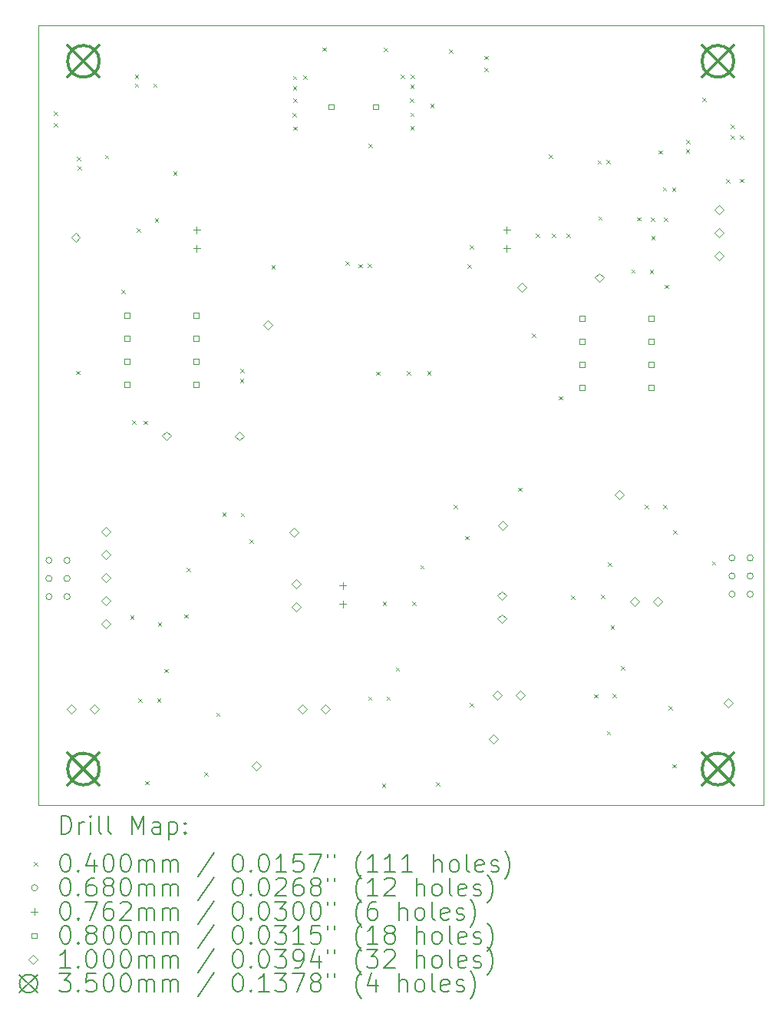
<source format=gbr>
%FSLAX45Y45*%
G04 Gerber Fmt 4.5, Leading zero omitted, Abs format (unit mm)*
G04 Created by KiCad (PCBNEW 6.0.0) date 2022-02-03 14:52:27*
%MOMM*%
%LPD*%
G01*
G04 APERTURE LIST*
%TA.AperFunction,Profile*%
%ADD10C,0.100000*%
%TD*%
%ADD11C,0.200000*%
%ADD12C,0.040000*%
%ADD13C,0.068000*%
%ADD14C,0.076200*%
%ADD15C,0.080000*%
%ADD16C,0.100000*%
%ADD17C,0.350000*%
G04 APERTURE END LIST*
D10*
X18800000Y-15200000D02*
X18800000Y-6600000D01*
X10800000Y-15200000D02*
X18800000Y-15200000D01*
X10800000Y-6600000D02*
X10800000Y-15200000D01*
X18800000Y-6600000D02*
X10800000Y-6600000D01*
D11*
D12*
X10971000Y-7553000D02*
X11011000Y-7593000D01*
X11011000Y-7553000D02*
X10971000Y-7593000D01*
X10971000Y-7681000D02*
X11011000Y-7721000D01*
X11011000Y-7681000D02*
X10971000Y-7721000D01*
X11220000Y-10410000D02*
X11260000Y-10450000D01*
X11260000Y-10410000D02*
X11220000Y-10450000D01*
X11230000Y-8050000D02*
X11270000Y-8090000D01*
X11270000Y-8050000D02*
X11230000Y-8090000D01*
X11233724Y-8152450D02*
X11273724Y-8192450D01*
X11273724Y-8152450D02*
X11233724Y-8192450D01*
X11537000Y-8031800D02*
X11577000Y-8071800D01*
X11577000Y-8031800D02*
X11537000Y-8071800D01*
X11720000Y-9520000D02*
X11760000Y-9560000D01*
X11760000Y-9520000D02*
X11720000Y-9560000D01*
X11815000Y-13105000D02*
X11855000Y-13145000D01*
X11855000Y-13105000D02*
X11815000Y-13145000D01*
X11839260Y-10954070D02*
X11879260Y-10994070D01*
X11879260Y-10954070D02*
X11839260Y-10994070D01*
X11866300Y-7144400D02*
X11906300Y-7184400D01*
X11906300Y-7144400D02*
X11866300Y-7184400D01*
X11866300Y-7244400D02*
X11906300Y-7284400D01*
X11906300Y-7244400D02*
X11866300Y-7284400D01*
X11885488Y-8841552D02*
X11925488Y-8881552D01*
X11925488Y-8841552D02*
X11885488Y-8881552D01*
X11906668Y-14020000D02*
X11946668Y-14060000D01*
X11946668Y-14020000D02*
X11906668Y-14060000D01*
X11961180Y-10960420D02*
X12001180Y-11000420D01*
X12001180Y-10960420D02*
X11961180Y-11000420D01*
X11983532Y-14930948D02*
X12023532Y-14970948D01*
X12023532Y-14930948D02*
X11983532Y-14970948D01*
X12070850Y-7244400D02*
X12110850Y-7284400D01*
X12110850Y-7244400D02*
X12070850Y-7284400D01*
X12087672Y-8730554D02*
X12127672Y-8770554D01*
X12127672Y-8730554D02*
X12087672Y-8770554D01*
X12112287Y-14020000D02*
X12152287Y-14060000D01*
X12152287Y-14020000D02*
X12112287Y-14060000D01*
X12121000Y-13184000D02*
X12161000Y-13224000D01*
X12161000Y-13184000D02*
X12121000Y-13224000D01*
X12189780Y-13695492D02*
X12229780Y-13735492D01*
X12229780Y-13695492D02*
X12189780Y-13735492D01*
X12290872Y-8215188D02*
X12330872Y-8255188D01*
X12330872Y-8215188D02*
X12290872Y-8255188D01*
X12415000Y-13095000D02*
X12455000Y-13135000D01*
X12455000Y-13095000D02*
X12415000Y-13135000D01*
X12440000Y-12585000D02*
X12480000Y-12625000D01*
X12480000Y-12585000D02*
X12440000Y-12625000D01*
X12632756Y-14834428D02*
X12672756Y-14874428D01*
X12672756Y-14834428D02*
X12632756Y-14874428D01*
X12762804Y-14178092D02*
X12802804Y-14218092D01*
X12802804Y-14178092D02*
X12762804Y-14218092D01*
X12831384Y-11975404D02*
X12871384Y-12015404D01*
X12871384Y-11975404D02*
X12831384Y-12015404D01*
X13027500Y-10497500D02*
X13067500Y-10537500D01*
X13067500Y-10497500D02*
X13027500Y-10537500D01*
X13028000Y-10392000D02*
X13068000Y-10432000D01*
X13068000Y-10392000D02*
X13028000Y-10432000D01*
X13034838Y-11977944D02*
X13074838Y-12017944D01*
X13074838Y-11977944D02*
X13034838Y-12017944D01*
X13132628Y-12271568D02*
X13172628Y-12311568D01*
X13172628Y-12271568D02*
X13132628Y-12311568D01*
X13372500Y-9247500D02*
X13412500Y-9287500D01*
X13412500Y-9247500D02*
X13372500Y-9287500D01*
X13609132Y-7569012D02*
X13649132Y-7609012D01*
X13649132Y-7569012D02*
X13609132Y-7609012D01*
X13610656Y-7159818D02*
X13650656Y-7199818D01*
X13650656Y-7159818D02*
X13610656Y-7199818D01*
X13611672Y-7275388D02*
X13651672Y-7315388D01*
X13651672Y-7275388D02*
X13611672Y-7315388D01*
X13613196Y-7718872D02*
X13653196Y-7758872D01*
X13653196Y-7718872D02*
X13613196Y-7758872D01*
X13613704Y-7409500D02*
X13653704Y-7449500D01*
X13653704Y-7409500D02*
X13613704Y-7449500D01*
X13725972Y-7157532D02*
X13765972Y-7197532D01*
X13765972Y-7157532D02*
X13725972Y-7197532D01*
X13934836Y-6845666D02*
X13974836Y-6885666D01*
X13974836Y-6845666D02*
X13934836Y-6885666D01*
X14190800Y-9203000D02*
X14230800Y-9243000D01*
X14230800Y-9203000D02*
X14190800Y-9243000D01*
X14334000Y-9233000D02*
X14374000Y-9273000D01*
X14374000Y-9233000D02*
X14334000Y-9273000D01*
X14437000Y-9230000D02*
X14477000Y-9270000D01*
X14477000Y-9230000D02*
X14437000Y-9270000D01*
X14439342Y-14000800D02*
X14479342Y-14040800D01*
X14479342Y-14000800D02*
X14439342Y-14040800D01*
X14444800Y-7907600D02*
X14484800Y-7947600D01*
X14484800Y-7907600D02*
X14444800Y-7947600D01*
X14527850Y-10419400D02*
X14567850Y-10459400D01*
X14567850Y-10419400D02*
X14527850Y-10459400D01*
X14591604Y-14959650D02*
X14631604Y-14999650D01*
X14631604Y-14959650D02*
X14591604Y-14999650D01*
X14601256Y-12957876D02*
X14641256Y-12997876D01*
X14641256Y-12957876D02*
X14601256Y-12997876D01*
X14612000Y-6851000D02*
X14652000Y-6891000D01*
X14652000Y-6851000D02*
X14612000Y-6891000D01*
X14644342Y-14000800D02*
X14684342Y-14040800D01*
X14684342Y-14000800D02*
X14644342Y-14040800D01*
X14745528Y-13678220D02*
X14785528Y-13718220D01*
X14785528Y-13678220D02*
X14745528Y-13718220D01*
X14799376Y-7146102D02*
X14839376Y-7186102D01*
X14839376Y-7146102D02*
X14799376Y-7186102D01*
X14870981Y-10415268D02*
X14910981Y-10455268D01*
X14910981Y-10415268D02*
X14870981Y-10455268D01*
X14903008Y-7406960D02*
X14943008Y-7446960D01*
X14943008Y-7406960D02*
X14903008Y-7446960D01*
X14905040Y-7256592D02*
X14945040Y-7296592D01*
X14945040Y-7256592D02*
X14905040Y-7296592D01*
X14906564Y-7565456D02*
X14946564Y-7605456D01*
X14946564Y-7565456D02*
X14906564Y-7605456D01*
X14907072Y-7714300D02*
X14947072Y-7754300D01*
X14947072Y-7714300D02*
X14907072Y-7754300D01*
X14907580Y-7146610D02*
X14947580Y-7186610D01*
X14947580Y-7146610D02*
X14907580Y-7186610D01*
X14924598Y-12955844D02*
X14964598Y-12995844D01*
X14964598Y-12955844D02*
X14924598Y-12995844D01*
X15016800Y-12553000D02*
X15056800Y-12593000D01*
X15056800Y-12553000D02*
X15016800Y-12593000D01*
X15093231Y-10415268D02*
X15133231Y-10455268D01*
X15133231Y-10415268D02*
X15093231Y-10455268D01*
X15125766Y-7467412D02*
X15165766Y-7507412D01*
X15165766Y-7467412D02*
X15125766Y-7507412D01*
X15191552Y-14944410D02*
X15231552Y-14984410D01*
X15231552Y-14944410D02*
X15191552Y-14984410D01*
X15331500Y-6869700D02*
X15371500Y-6909700D01*
X15371500Y-6869700D02*
X15331500Y-6909700D01*
X15385100Y-11890060D02*
X15425100Y-11930060D01*
X15425100Y-11890060D02*
X15385100Y-11930060D01*
X15510576Y-12230420D02*
X15550576Y-12270420D01*
X15550576Y-12230420D02*
X15510576Y-12270420D01*
X15537500Y-9238300D02*
X15577500Y-9278300D01*
X15577500Y-9238300D02*
X15537500Y-9278300D01*
X15562400Y-9025200D02*
X15602400Y-9065200D01*
X15602400Y-9025200D02*
X15562400Y-9065200D01*
X15565000Y-14070000D02*
X15605000Y-14110000D01*
X15605000Y-14070000D02*
X15565000Y-14110000D01*
X15723500Y-6939700D02*
X15763500Y-6979700D01*
X15763500Y-6939700D02*
X15723500Y-6979700D01*
X15724500Y-7072700D02*
X15764500Y-7112700D01*
X15764500Y-7072700D02*
X15724500Y-7112700D01*
X16093760Y-11698036D02*
X16133760Y-11738036D01*
X16133760Y-11698036D02*
X16093760Y-11738036D01*
X16245000Y-10000000D02*
X16285000Y-10040000D01*
X16285000Y-10000000D02*
X16245000Y-10040000D01*
X16291118Y-8896848D02*
X16331118Y-8936848D01*
X16331118Y-8896848D02*
X16291118Y-8936848D01*
X16433484Y-8026928D02*
X16473484Y-8066928D01*
X16473484Y-8026928D02*
X16433484Y-8066928D01*
X16465484Y-8897928D02*
X16505484Y-8937928D01*
X16505484Y-8897928D02*
X16465484Y-8937928D01*
X16545626Y-10689148D02*
X16585626Y-10729148D01*
X16585626Y-10689148D02*
X16545626Y-10729148D01*
X16626906Y-8898372D02*
X16666906Y-8938372D01*
X16666906Y-8898372D02*
X16626906Y-8938372D01*
X16678976Y-12884724D02*
X16718976Y-12924724D01*
X16718976Y-12884724D02*
X16678976Y-12924724D01*
X16931918Y-13975724D02*
X16971918Y-14015724D01*
X16971918Y-13975724D02*
X16931918Y-14015724D01*
X16971484Y-8091928D02*
X17011484Y-8131928D01*
X17011484Y-8091928D02*
X16971484Y-8131928D01*
X16979484Y-8709928D02*
X17019484Y-8749928D01*
X17019484Y-8709928D02*
X16979484Y-8749928D01*
X17009904Y-12879326D02*
X17049904Y-12919326D01*
X17049904Y-12879326D02*
X17009904Y-12919326D01*
X17067484Y-8089128D02*
X17107484Y-8129128D01*
X17107484Y-8089128D02*
X17067484Y-8129128D01*
X17074200Y-14381800D02*
X17114200Y-14421800D01*
X17114200Y-14381800D02*
X17074200Y-14421800D01*
X17086104Y-12523726D02*
X17126104Y-12563726D01*
X17126104Y-12523726D02*
X17086104Y-12563726D01*
X17115000Y-13216000D02*
X17155000Y-13256000D01*
X17155000Y-13216000D02*
X17115000Y-13256000D01*
X17136918Y-13973418D02*
X17176918Y-14013418D01*
X17176918Y-13973418D02*
X17136918Y-14013418D01*
X17231172Y-13667552D02*
X17271172Y-13707552D01*
X17271172Y-13667552D02*
X17231172Y-13707552D01*
X17344682Y-9293968D02*
X17384682Y-9333968D01*
X17384682Y-9293968D02*
X17344682Y-9333968D01*
X17410000Y-8717500D02*
X17450000Y-8757500D01*
X17450000Y-8717500D02*
X17410000Y-8757500D01*
X17492504Y-11888726D02*
X17532504Y-11928726D01*
X17532504Y-11888726D02*
X17492504Y-11928726D01*
X17547656Y-9295704D02*
X17587656Y-9335704D01*
X17587656Y-9295704D02*
X17547656Y-9335704D01*
X17562134Y-8719886D02*
X17602134Y-8759886D01*
X17602134Y-8719886D02*
X17562134Y-8759886D01*
X17565436Y-8925880D02*
X17605436Y-8965880D01*
X17605436Y-8925880D02*
X17565436Y-8965880D01*
X17642984Y-7979928D02*
X17682984Y-8019928D01*
X17682984Y-7979928D02*
X17642984Y-8019928D01*
X17690484Y-8386428D02*
X17730484Y-8426428D01*
X17730484Y-8386428D02*
X17690484Y-8426428D01*
X17695704Y-11888726D02*
X17735704Y-11928726D01*
X17735704Y-11888726D02*
X17695704Y-11928726D01*
X17701794Y-8719900D02*
X17741794Y-8759900D01*
X17741794Y-8719900D02*
X17701794Y-8759900D01*
X17714280Y-9462836D02*
X17754280Y-9502836D01*
X17754280Y-9462836D02*
X17714280Y-9502836D01*
X17757968Y-14103924D02*
X17797968Y-14143924D01*
X17797968Y-14103924D02*
X17757968Y-14143924D01*
X17792484Y-8388428D02*
X17832484Y-8428428D01*
X17832484Y-8388428D02*
X17792484Y-8428428D01*
X17798354Y-14746290D02*
X17838354Y-14786290D01*
X17838354Y-14746290D02*
X17798354Y-14786290D01*
X17804704Y-12169968D02*
X17844704Y-12209968D01*
X17844704Y-12169968D02*
X17804704Y-12209968D01*
X17945000Y-7965000D02*
X17985000Y-8005000D01*
X17985000Y-7965000D02*
X17945000Y-8005000D01*
X17947500Y-7867500D02*
X17987500Y-7907500D01*
X17987500Y-7867500D02*
X17947500Y-7907500D01*
X18130484Y-7399428D02*
X18170484Y-7439428D01*
X18170484Y-7399428D02*
X18130484Y-7439428D01*
X18233710Y-12511090D02*
X18273710Y-12551090D01*
X18273710Y-12511090D02*
X18233710Y-12551090D01*
X18392460Y-8299770D02*
X18432460Y-8339770D01*
X18432460Y-8299770D02*
X18392460Y-8339770D01*
X18438484Y-7697790D02*
X18478484Y-7737790D01*
X18478484Y-7697790D02*
X18438484Y-7737790D01*
X18439450Y-7817170D02*
X18479450Y-7857170D01*
X18479450Y-7817170D02*
X18439450Y-7857170D01*
X18540288Y-7816408D02*
X18580288Y-7856408D01*
X18580288Y-7816408D02*
X18540288Y-7856408D01*
X18541050Y-8294690D02*
X18581050Y-8334690D01*
X18581050Y-8294690D02*
X18541050Y-8334690D01*
D13*
X10953050Y-12500000D02*
G75*
G03*
X10953050Y-12500000I-34000J0D01*
G01*
X10953050Y-12700000D02*
G75*
G03*
X10953050Y-12700000I-34000J0D01*
G01*
X10953050Y-12900000D02*
G75*
G03*
X10953050Y-12900000I-34000J0D01*
G01*
X11153050Y-12500000D02*
G75*
G03*
X11153050Y-12500000I-34000J0D01*
G01*
X11153050Y-12700000D02*
G75*
G03*
X11153050Y-12700000I-34000J0D01*
G01*
X11153050Y-12900000D02*
G75*
G03*
X11153050Y-12900000I-34000J0D01*
G01*
X18489640Y-12472720D02*
G75*
G03*
X18489640Y-12472720I-34000J0D01*
G01*
X18489640Y-12672720D02*
G75*
G03*
X18489640Y-12672720I-34000J0D01*
G01*
X18489640Y-12872720D02*
G75*
G03*
X18489640Y-12872720I-34000J0D01*
G01*
X18689640Y-12472720D02*
G75*
G03*
X18689640Y-12472720I-34000J0D01*
G01*
X18689640Y-12672720D02*
G75*
G03*
X18689640Y-12672720I-34000J0D01*
G01*
X18689640Y-12872720D02*
G75*
G03*
X18689640Y-12872720I-34000J0D01*
G01*
D14*
X12550000Y-8821900D02*
X12550000Y-8898100D01*
X12511900Y-8860000D02*
X12588100Y-8860000D01*
X12550000Y-9021900D02*
X12550000Y-9098100D01*
X12511900Y-9060000D02*
X12588100Y-9060000D01*
X14160000Y-12741900D02*
X14160000Y-12818100D01*
X14121900Y-12780000D02*
X14198100Y-12780000D01*
X14160000Y-12941900D02*
X14160000Y-13018100D01*
X14121900Y-12980000D02*
X14198100Y-12980000D01*
X15970000Y-8821900D02*
X15970000Y-8898100D01*
X15931900Y-8860000D02*
X16008100Y-8860000D01*
X15970000Y-9021900D02*
X15970000Y-9098100D01*
X15931900Y-9060000D02*
X16008100Y-9060000D01*
D15*
X11806284Y-9826285D02*
X11806284Y-9769716D01*
X11749715Y-9769716D01*
X11749715Y-9826285D01*
X11806284Y-9826285D01*
X11806284Y-10080285D02*
X11806284Y-10023716D01*
X11749715Y-10023716D01*
X11749715Y-10080285D01*
X11806284Y-10080285D01*
X11806284Y-10334285D02*
X11806284Y-10277716D01*
X11749715Y-10277716D01*
X11749715Y-10334285D01*
X11806284Y-10334285D01*
X11806284Y-10588285D02*
X11806284Y-10531716D01*
X11749715Y-10531716D01*
X11749715Y-10588285D01*
X11806284Y-10588285D01*
X12568284Y-9826285D02*
X12568284Y-9769716D01*
X12511715Y-9769716D01*
X12511715Y-9826285D01*
X12568284Y-9826285D01*
X12568284Y-10080285D02*
X12568284Y-10023716D01*
X12511715Y-10023716D01*
X12511715Y-10080285D01*
X12568284Y-10080285D01*
X12568284Y-10334285D02*
X12568284Y-10277716D01*
X12511715Y-10277716D01*
X12511715Y-10334285D01*
X12568284Y-10334285D01*
X12568284Y-10588285D02*
X12568284Y-10531716D01*
X12511715Y-10531716D01*
X12511715Y-10588285D01*
X12568284Y-10588285D01*
X14062284Y-7528284D02*
X14062284Y-7471715D01*
X14005715Y-7471715D01*
X14005715Y-7528284D01*
X14062284Y-7528284D01*
X14550284Y-7528284D02*
X14550284Y-7471715D01*
X14493715Y-7471715D01*
X14493715Y-7528284D01*
X14550284Y-7528284D01*
X16830785Y-9863285D02*
X16830785Y-9806716D01*
X16774215Y-9806716D01*
X16774215Y-9863285D01*
X16830785Y-9863285D01*
X16830785Y-10117285D02*
X16830785Y-10060716D01*
X16774215Y-10060716D01*
X16774215Y-10117285D01*
X16830785Y-10117285D01*
X16830785Y-10371285D02*
X16830785Y-10314716D01*
X16774215Y-10314716D01*
X16774215Y-10371285D01*
X16830785Y-10371285D01*
X16830785Y-10625285D02*
X16830785Y-10568716D01*
X16774215Y-10568716D01*
X16774215Y-10625285D01*
X16830785Y-10625285D01*
X17592785Y-9863285D02*
X17592785Y-9806716D01*
X17536216Y-9806716D01*
X17536216Y-9863285D01*
X17592785Y-9863285D01*
X17592785Y-10117285D02*
X17592785Y-10060716D01*
X17536216Y-10060716D01*
X17536216Y-10117285D01*
X17592785Y-10117285D01*
X17592785Y-10371285D02*
X17592785Y-10314716D01*
X17536216Y-10314716D01*
X17536216Y-10371285D01*
X17592785Y-10371285D01*
X17592785Y-10625285D02*
X17592785Y-10568716D01*
X17536216Y-10568716D01*
X17536216Y-10625285D01*
X17592785Y-10625285D01*
D16*
X11165000Y-14190000D02*
X11215000Y-14140000D01*
X11165000Y-14090000D01*
X11115000Y-14140000D01*
X11165000Y-14190000D01*
X11214100Y-8990800D02*
X11264100Y-8940800D01*
X11214100Y-8890800D01*
X11164100Y-8940800D01*
X11214100Y-8990800D01*
X11419000Y-14190000D02*
X11469000Y-14140000D01*
X11419000Y-14090000D01*
X11369000Y-14140000D01*
X11419000Y-14190000D01*
X11550000Y-12236000D02*
X11600000Y-12186000D01*
X11550000Y-12136000D01*
X11500000Y-12186000D01*
X11550000Y-12236000D01*
X11550000Y-12490000D02*
X11600000Y-12440000D01*
X11550000Y-12390000D01*
X11500000Y-12440000D01*
X11550000Y-12490000D01*
X11550000Y-12744000D02*
X11600000Y-12694000D01*
X11550000Y-12644000D01*
X11500000Y-12694000D01*
X11550000Y-12744000D01*
X11550000Y-12998000D02*
X11600000Y-12948000D01*
X11550000Y-12898000D01*
X11500000Y-12948000D01*
X11550000Y-12998000D01*
X11550000Y-13252000D02*
X11600000Y-13202000D01*
X11550000Y-13152000D01*
X11500000Y-13202000D01*
X11550000Y-13252000D01*
X12219000Y-11179000D02*
X12269000Y-11129000D01*
X12219000Y-11079000D01*
X12169000Y-11129000D01*
X12219000Y-11179000D01*
X13022326Y-11179518D02*
X13072326Y-11129518D01*
X13022326Y-11079518D01*
X12972326Y-11129518D01*
X13022326Y-11179518D01*
X13210000Y-14815000D02*
X13260000Y-14765000D01*
X13210000Y-14715000D01*
X13160000Y-14765000D01*
X13210000Y-14815000D01*
X13335000Y-9956000D02*
X13385000Y-9906000D01*
X13335000Y-9856000D01*
X13285000Y-9906000D01*
X13335000Y-9956000D01*
X13625000Y-12245000D02*
X13675000Y-12195000D01*
X13625000Y-12145000D01*
X13575000Y-12195000D01*
X13625000Y-12245000D01*
X13645000Y-12811000D02*
X13695000Y-12761000D01*
X13645000Y-12711000D01*
X13595000Y-12761000D01*
X13645000Y-12811000D01*
X13645000Y-13065000D02*
X13695000Y-13015000D01*
X13645000Y-12965000D01*
X13595000Y-13015000D01*
X13645000Y-13065000D01*
X13715000Y-14190000D02*
X13765000Y-14140000D01*
X13715000Y-14090000D01*
X13665000Y-14140000D01*
X13715000Y-14190000D01*
X13969000Y-14190000D02*
X14019000Y-14140000D01*
X13969000Y-14090000D01*
X13919000Y-14140000D01*
X13969000Y-14190000D01*
X15825000Y-14522500D02*
X15875000Y-14472500D01*
X15825000Y-14422500D01*
X15775000Y-14472500D01*
X15825000Y-14522500D01*
X15865000Y-14035000D02*
X15915000Y-13985000D01*
X15865000Y-13935000D01*
X15815000Y-13985000D01*
X15865000Y-14035000D01*
X15917672Y-12939484D02*
X15967672Y-12889484D01*
X15917672Y-12839484D01*
X15867672Y-12889484D01*
X15917672Y-12939484D01*
X15917672Y-13193484D02*
X15967672Y-13143484D01*
X15917672Y-13093484D01*
X15867672Y-13143484D01*
X15917672Y-13193484D01*
X15925800Y-12163768D02*
X15975800Y-12113768D01*
X15925800Y-12063768D01*
X15875800Y-12113768D01*
X15925800Y-12163768D01*
X16119000Y-14035000D02*
X16169000Y-13985000D01*
X16119000Y-13935000D01*
X16069000Y-13985000D01*
X16119000Y-14035000D01*
X16135000Y-9542500D02*
X16185000Y-9492500D01*
X16135000Y-9442500D01*
X16085000Y-9492500D01*
X16135000Y-9542500D01*
X16993500Y-9434500D02*
X17043500Y-9384500D01*
X16993500Y-9334500D01*
X16943500Y-9384500D01*
X16993500Y-9434500D01*
X17214850Y-11829250D02*
X17264850Y-11779250D01*
X17214850Y-11729250D01*
X17164850Y-11779250D01*
X17214850Y-11829250D01*
X17381000Y-13006000D02*
X17431000Y-12956000D01*
X17381000Y-12906000D01*
X17331000Y-12956000D01*
X17381000Y-13006000D01*
X17635000Y-13006000D02*
X17685000Y-12956000D01*
X17635000Y-12906000D01*
X17585000Y-12956000D01*
X17635000Y-13006000D01*
X18312484Y-8687428D02*
X18362484Y-8637428D01*
X18312484Y-8587428D01*
X18262484Y-8637428D01*
X18312484Y-8687428D01*
X18312484Y-8941428D02*
X18362484Y-8891428D01*
X18312484Y-8841428D01*
X18262484Y-8891428D01*
X18312484Y-8941428D01*
X18312484Y-9195428D02*
X18362484Y-9145428D01*
X18312484Y-9095428D01*
X18262484Y-9145428D01*
X18312484Y-9195428D01*
X18415000Y-14121600D02*
X18465000Y-14071600D01*
X18415000Y-14021600D01*
X18365000Y-14071600D01*
X18415000Y-14121600D01*
D17*
X11125000Y-6825000D02*
X11475000Y-7175000D01*
X11475000Y-6825000D02*
X11125000Y-7175000D01*
X11475000Y-7000000D02*
G75*
G03*
X11475000Y-7000000I-175000J0D01*
G01*
X11125000Y-14625000D02*
X11475000Y-14975000D01*
X11475000Y-14625000D02*
X11125000Y-14975000D01*
X11475000Y-14800000D02*
G75*
G03*
X11475000Y-14800000I-175000J0D01*
G01*
X18125000Y-6825000D02*
X18475000Y-7175000D01*
X18475000Y-6825000D02*
X18125000Y-7175000D01*
X18475000Y-7000000D02*
G75*
G03*
X18475000Y-7000000I-175000J0D01*
G01*
X18125000Y-14625000D02*
X18475000Y-14975000D01*
X18475000Y-14625000D02*
X18125000Y-14975000D01*
X18475000Y-14800000D02*
G75*
G03*
X18475000Y-14800000I-175000J0D01*
G01*
D11*
X11052619Y-15515476D02*
X11052619Y-15315476D01*
X11100238Y-15315476D01*
X11128810Y-15325000D01*
X11147857Y-15344048D01*
X11157381Y-15363095D01*
X11166905Y-15401190D01*
X11166905Y-15429762D01*
X11157381Y-15467857D01*
X11147857Y-15486905D01*
X11128810Y-15505952D01*
X11100238Y-15515476D01*
X11052619Y-15515476D01*
X11252619Y-15515476D02*
X11252619Y-15382143D01*
X11252619Y-15420238D02*
X11262143Y-15401190D01*
X11271667Y-15391667D01*
X11290714Y-15382143D01*
X11309762Y-15382143D01*
X11376428Y-15515476D02*
X11376428Y-15382143D01*
X11376428Y-15315476D02*
X11366905Y-15325000D01*
X11376428Y-15334524D01*
X11385952Y-15325000D01*
X11376428Y-15315476D01*
X11376428Y-15334524D01*
X11500238Y-15515476D02*
X11481190Y-15505952D01*
X11471667Y-15486905D01*
X11471667Y-15315476D01*
X11605000Y-15515476D02*
X11585952Y-15505952D01*
X11576428Y-15486905D01*
X11576428Y-15315476D01*
X11833571Y-15515476D02*
X11833571Y-15315476D01*
X11900238Y-15458333D01*
X11966905Y-15315476D01*
X11966905Y-15515476D01*
X12147857Y-15515476D02*
X12147857Y-15410714D01*
X12138333Y-15391667D01*
X12119286Y-15382143D01*
X12081190Y-15382143D01*
X12062143Y-15391667D01*
X12147857Y-15505952D02*
X12128809Y-15515476D01*
X12081190Y-15515476D01*
X12062143Y-15505952D01*
X12052619Y-15486905D01*
X12052619Y-15467857D01*
X12062143Y-15448809D01*
X12081190Y-15439286D01*
X12128809Y-15439286D01*
X12147857Y-15429762D01*
X12243095Y-15382143D02*
X12243095Y-15582143D01*
X12243095Y-15391667D02*
X12262143Y-15382143D01*
X12300238Y-15382143D01*
X12319286Y-15391667D01*
X12328809Y-15401190D01*
X12338333Y-15420238D01*
X12338333Y-15477381D01*
X12328809Y-15496428D01*
X12319286Y-15505952D01*
X12300238Y-15515476D01*
X12262143Y-15515476D01*
X12243095Y-15505952D01*
X12424048Y-15496428D02*
X12433571Y-15505952D01*
X12424048Y-15515476D01*
X12414524Y-15505952D01*
X12424048Y-15496428D01*
X12424048Y-15515476D01*
X12424048Y-15391667D02*
X12433571Y-15401190D01*
X12424048Y-15410714D01*
X12414524Y-15401190D01*
X12424048Y-15391667D01*
X12424048Y-15410714D01*
D12*
X10755000Y-15825000D02*
X10795000Y-15865000D01*
X10795000Y-15825000D02*
X10755000Y-15865000D01*
D11*
X11090714Y-15735476D02*
X11109762Y-15735476D01*
X11128810Y-15745000D01*
X11138333Y-15754524D01*
X11147857Y-15773571D01*
X11157381Y-15811667D01*
X11157381Y-15859286D01*
X11147857Y-15897381D01*
X11138333Y-15916428D01*
X11128810Y-15925952D01*
X11109762Y-15935476D01*
X11090714Y-15935476D01*
X11071667Y-15925952D01*
X11062143Y-15916428D01*
X11052619Y-15897381D01*
X11043095Y-15859286D01*
X11043095Y-15811667D01*
X11052619Y-15773571D01*
X11062143Y-15754524D01*
X11071667Y-15745000D01*
X11090714Y-15735476D01*
X11243095Y-15916428D02*
X11252619Y-15925952D01*
X11243095Y-15935476D01*
X11233571Y-15925952D01*
X11243095Y-15916428D01*
X11243095Y-15935476D01*
X11424048Y-15802143D02*
X11424048Y-15935476D01*
X11376428Y-15725952D02*
X11328809Y-15868809D01*
X11452619Y-15868809D01*
X11566905Y-15735476D02*
X11585952Y-15735476D01*
X11605000Y-15745000D01*
X11614524Y-15754524D01*
X11624048Y-15773571D01*
X11633571Y-15811667D01*
X11633571Y-15859286D01*
X11624048Y-15897381D01*
X11614524Y-15916428D01*
X11605000Y-15925952D01*
X11585952Y-15935476D01*
X11566905Y-15935476D01*
X11547857Y-15925952D01*
X11538333Y-15916428D01*
X11528809Y-15897381D01*
X11519286Y-15859286D01*
X11519286Y-15811667D01*
X11528809Y-15773571D01*
X11538333Y-15754524D01*
X11547857Y-15745000D01*
X11566905Y-15735476D01*
X11757381Y-15735476D02*
X11776428Y-15735476D01*
X11795476Y-15745000D01*
X11805000Y-15754524D01*
X11814524Y-15773571D01*
X11824048Y-15811667D01*
X11824048Y-15859286D01*
X11814524Y-15897381D01*
X11805000Y-15916428D01*
X11795476Y-15925952D01*
X11776428Y-15935476D01*
X11757381Y-15935476D01*
X11738333Y-15925952D01*
X11728809Y-15916428D01*
X11719286Y-15897381D01*
X11709762Y-15859286D01*
X11709762Y-15811667D01*
X11719286Y-15773571D01*
X11728809Y-15754524D01*
X11738333Y-15745000D01*
X11757381Y-15735476D01*
X11909762Y-15935476D02*
X11909762Y-15802143D01*
X11909762Y-15821190D02*
X11919286Y-15811667D01*
X11938333Y-15802143D01*
X11966905Y-15802143D01*
X11985952Y-15811667D01*
X11995476Y-15830714D01*
X11995476Y-15935476D01*
X11995476Y-15830714D02*
X12005000Y-15811667D01*
X12024048Y-15802143D01*
X12052619Y-15802143D01*
X12071667Y-15811667D01*
X12081190Y-15830714D01*
X12081190Y-15935476D01*
X12176428Y-15935476D02*
X12176428Y-15802143D01*
X12176428Y-15821190D02*
X12185952Y-15811667D01*
X12205000Y-15802143D01*
X12233571Y-15802143D01*
X12252619Y-15811667D01*
X12262143Y-15830714D01*
X12262143Y-15935476D01*
X12262143Y-15830714D02*
X12271667Y-15811667D01*
X12290714Y-15802143D01*
X12319286Y-15802143D01*
X12338333Y-15811667D01*
X12347857Y-15830714D01*
X12347857Y-15935476D01*
X12738333Y-15725952D02*
X12566905Y-15983095D01*
X12995476Y-15735476D02*
X13014524Y-15735476D01*
X13033571Y-15745000D01*
X13043095Y-15754524D01*
X13052619Y-15773571D01*
X13062143Y-15811667D01*
X13062143Y-15859286D01*
X13052619Y-15897381D01*
X13043095Y-15916428D01*
X13033571Y-15925952D01*
X13014524Y-15935476D01*
X12995476Y-15935476D01*
X12976428Y-15925952D01*
X12966905Y-15916428D01*
X12957381Y-15897381D01*
X12947857Y-15859286D01*
X12947857Y-15811667D01*
X12957381Y-15773571D01*
X12966905Y-15754524D01*
X12976428Y-15745000D01*
X12995476Y-15735476D01*
X13147857Y-15916428D02*
X13157381Y-15925952D01*
X13147857Y-15935476D01*
X13138333Y-15925952D01*
X13147857Y-15916428D01*
X13147857Y-15935476D01*
X13281190Y-15735476D02*
X13300238Y-15735476D01*
X13319286Y-15745000D01*
X13328809Y-15754524D01*
X13338333Y-15773571D01*
X13347857Y-15811667D01*
X13347857Y-15859286D01*
X13338333Y-15897381D01*
X13328809Y-15916428D01*
X13319286Y-15925952D01*
X13300238Y-15935476D01*
X13281190Y-15935476D01*
X13262143Y-15925952D01*
X13252619Y-15916428D01*
X13243095Y-15897381D01*
X13233571Y-15859286D01*
X13233571Y-15811667D01*
X13243095Y-15773571D01*
X13252619Y-15754524D01*
X13262143Y-15745000D01*
X13281190Y-15735476D01*
X13538333Y-15935476D02*
X13424048Y-15935476D01*
X13481190Y-15935476D02*
X13481190Y-15735476D01*
X13462143Y-15764048D01*
X13443095Y-15783095D01*
X13424048Y-15792619D01*
X13719286Y-15735476D02*
X13624048Y-15735476D01*
X13614524Y-15830714D01*
X13624048Y-15821190D01*
X13643095Y-15811667D01*
X13690714Y-15811667D01*
X13709762Y-15821190D01*
X13719286Y-15830714D01*
X13728809Y-15849762D01*
X13728809Y-15897381D01*
X13719286Y-15916428D01*
X13709762Y-15925952D01*
X13690714Y-15935476D01*
X13643095Y-15935476D01*
X13624048Y-15925952D01*
X13614524Y-15916428D01*
X13795476Y-15735476D02*
X13928809Y-15735476D01*
X13843095Y-15935476D01*
X13995476Y-15735476D02*
X13995476Y-15773571D01*
X14071667Y-15735476D02*
X14071667Y-15773571D01*
X14366905Y-16011667D02*
X14357381Y-16002143D01*
X14338333Y-15973571D01*
X14328809Y-15954524D01*
X14319286Y-15925952D01*
X14309762Y-15878333D01*
X14309762Y-15840238D01*
X14319286Y-15792619D01*
X14328809Y-15764048D01*
X14338333Y-15745000D01*
X14357381Y-15716428D01*
X14366905Y-15706905D01*
X14547857Y-15935476D02*
X14433571Y-15935476D01*
X14490714Y-15935476D02*
X14490714Y-15735476D01*
X14471667Y-15764048D01*
X14452619Y-15783095D01*
X14433571Y-15792619D01*
X14738333Y-15935476D02*
X14624048Y-15935476D01*
X14681190Y-15935476D02*
X14681190Y-15735476D01*
X14662143Y-15764048D01*
X14643095Y-15783095D01*
X14624048Y-15792619D01*
X14928809Y-15935476D02*
X14814524Y-15935476D01*
X14871667Y-15935476D02*
X14871667Y-15735476D01*
X14852619Y-15764048D01*
X14833571Y-15783095D01*
X14814524Y-15792619D01*
X15166905Y-15935476D02*
X15166905Y-15735476D01*
X15252619Y-15935476D02*
X15252619Y-15830714D01*
X15243095Y-15811667D01*
X15224048Y-15802143D01*
X15195476Y-15802143D01*
X15176428Y-15811667D01*
X15166905Y-15821190D01*
X15376428Y-15935476D02*
X15357381Y-15925952D01*
X15347857Y-15916428D01*
X15338333Y-15897381D01*
X15338333Y-15840238D01*
X15347857Y-15821190D01*
X15357381Y-15811667D01*
X15376428Y-15802143D01*
X15405000Y-15802143D01*
X15424048Y-15811667D01*
X15433571Y-15821190D01*
X15443095Y-15840238D01*
X15443095Y-15897381D01*
X15433571Y-15916428D01*
X15424048Y-15925952D01*
X15405000Y-15935476D01*
X15376428Y-15935476D01*
X15557381Y-15935476D02*
X15538333Y-15925952D01*
X15528809Y-15906905D01*
X15528809Y-15735476D01*
X15709762Y-15925952D02*
X15690714Y-15935476D01*
X15652619Y-15935476D01*
X15633571Y-15925952D01*
X15624048Y-15906905D01*
X15624048Y-15830714D01*
X15633571Y-15811667D01*
X15652619Y-15802143D01*
X15690714Y-15802143D01*
X15709762Y-15811667D01*
X15719286Y-15830714D01*
X15719286Y-15849762D01*
X15624048Y-15868809D01*
X15795476Y-15925952D02*
X15814524Y-15935476D01*
X15852619Y-15935476D01*
X15871667Y-15925952D01*
X15881190Y-15906905D01*
X15881190Y-15897381D01*
X15871667Y-15878333D01*
X15852619Y-15868809D01*
X15824048Y-15868809D01*
X15805000Y-15859286D01*
X15795476Y-15840238D01*
X15795476Y-15830714D01*
X15805000Y-15811667D01*
X15824048Y-15802143D01*
X15852619Y-15802143D01*
X15871667Y-15811667D01*
X15947857Y-16011667D02*
X15957381Y-16002143D01*
X15976428Y-15973571D01*
X15985952Y-15954524D01*
X15995476Y-15925952D01*
X16005000Y-15878333D01*
X16005000Y-15840238D01*
X15995476Y-15792619D01*
X15985952Y-15764048D01*
X15976428Y-15745000D01*
X15957381Y-15716428D01*
X15947857Y-15706905D01*
D13*
X10795000Y-16109000D02*
G75*
G03*
X10795000Y-16109000I-34000J0D01*
G01*
D11*
X11090714Y-15999476D02*
X11109762Y-15999476D01*
X11128810Y-16009000D01*
X11138333Y-16018524D01*
X11147857Y-16037571D01*
X11157381Y-16075667D01*
X11157381Y-16123286D01*
X11147857Y-16161381D01*
X11138333Y-16180428D01*
X11128810Y-16189952D01*
X11109762Y-16199476D01*
X11090714Y-16199476D01*
X11071667Y-16189952D01*
X11062143Y-16180428D01*
X11052619Y-16161381D01*
X11043095Y-16123286D01*
X11043095Y-16075667D01*
X11052619Y-16037571D01*
X11062143Y-16018524D01*
X11071667Y-16009000D01*
X11090714Y-15999476D01*
X11243095Y-16180428D02*
X11252619Y-16189952D01*
X11243095Y-16199476D01*
X11233571Y-16189952D01*
X11243095Y-16180428D01*
X11243095Y-16199476D01*
X11424048Y-15999476D02*
X11385952Y-15999476D01*
X11366905Y-16009000D01*
X11357381Y-16018524D01*
X11338333Y-16047095D01*
X11328809Y-16085190D01*
X11328809Y-16161381D01*
X11338333Y-16180428D01*
X11347857Y-16189952D01*
X11366905Y-16199476D01*
X11405000Y-16199476D01*
X11424048Y-16189952D01*
X11433571Y-16180428D01*
X11443095Y-16161381D01*
X11443095Y-16113762D01*
X11433571Y-16094714D01*
X11424048Y-16085190D01*
X11405000Y-16075667D01*
X11366905Y-16075667D01*
X11347857Y-16085190D01*
X11338333Y-16094714D01*
X11328809Y-16113762D01*
X11557381Y-16085190D02*
X11538333Y-16075667D01*
X11528809Y-16066143D01*
X11519286Y-16047095D01*
X11519286Y-16037571D01*
X11528809Y-16018524D01*
X11538333Y-16009000D01*
X11557381Y-15999476D01*
X11595476Y-15999476D01*
X11614524Y-16009000D01*
X11624048Y-16018524D01*
X11633571Y-16037571D01*
X11633571Y-16047095D01*
X11624048Y-16066143D01*
X11614524Y-16075667D01*
X11595476Y-16085190D01*
X11557381Y-16085190D01*
X11538333Y-16094714D01*
X11528809Y-16104238D01*
X11519286Y-16123286D01*
X11519286Y-16161381D01*
X11528809Y-16180428D01*
X11538333Y-16189952D01*
X11557381Y-16199476D01*
X11595476Y-16199476D01*
X11614524Y-16189952D01*
X11624048Y-16180428D01*
X11633571Y-16161381D01*
X11633571Y-16123286D01*
X11624048Y-16104238D01*
X11614524Y-16094714D01*
X11595476Y-16085190D01*
X11757381Y-15999476D02*
X11776428Y-15999476D01*
X11795476Y-16009000D01*
X11805000Y-16018524D01*
X11814524Y-16037571D01*
X11824048Y-16075667D01*
X11824048Y-16123286D01*
X11814524Y-16161381D01*
X11805000Y-16180428D01*
X11795476Y-16189952D01*
X11776428Y-16199476D01*
X11757381Y-16199476D01*
X11738333Y-16189952D01*
X11728809Y-16180428D01*
X11719286Y-16161381D01*
X11709762Y-16123286D01*
X11709762Y-16075667D01*
X11719286Y-16037571D01*
X11728809Y-16018524D01*
X11738333Y-16009000D01*
X11757381Y-15999476D01*
X11909762Y-16199476D02*
X11909762Y-16066143D01*
X11909762Y-16085190D02*
X11919286Y-16075667D01*
X11938333Y-16066143D01*
X11966905Y-16066143D01*
X11985952Y-16075667D01*
X11995476Y-16094714D01*
X11995476Y-16199476D01*
X11995476Y-16094714D02*
X12005000Y-16075667D01*
X12024048Y-16066143D01*
X12052619Y-16066143D01*
X12071667Y-16075667D01*
X12081190Y-16094714D01*
X12081190Y-16199476D01*
X12176428Y-16199476D02*
X12176428Y-16066143D01*
X12176428Y-16085190D02*
X12185952Y-16075667D01*
X12205000Y-16066143D01*
X12233571Y-16066143D01*
X12252619Y-16075667D01*
X12262143Y-16094714D01*
X12262143Y-16199476D01*
X12262143Y-16094714D02*
X12271667Y-16075667D01*
X12290714Y-16066143D01*
X12319286Y-16066143D01*
X12338333Y-16075667D01*
X12347857Y-16094714D01*
X12347857Y-16199476D01*
X12738333Y-15989952D02*
X12566905Y-16247095D01*
X12995476Y-15999476D02*
X13014524Y-15999476D01*
X13033571Y-16009000D01*
X13043095Y-16018524D01*
X13052619Y-16037571D01*
X13062143Y-16075667D01*
X13062143Y-16123286D01*
X13052619Y-16161381D01*
X13043095Y-16180428D01*
X13033571Y-16189952D01*
X13014524Y-16199476D01*
X12995476Y-16199476D01*
X12976428Y-16189952D01*
X12966905Y-16180428D01*
X12957381Y-16161381D01*
X12947857Y-16123286D01*
X12947857Y-16075667D01*
X12957381Y-16037571D01*
X12966905Y-16018524D01*
X12976428Y-16009000D01*
X12995476Y-15999476D01*
X13147857Y-16180428D02*
X13157381Y-16189952D01*
X13147857Y-16199476D01*
X13138333Y-16189952D01*
X13147857Y-16180428D01*
X13147857Y-16199476D01*
X13281190Y-15999476D02*
X13300238Y-15999476D01*
X13319286Y-16009000D01*
X13328809Y-16018524D01*
X13338333Y-16037571D01*
X13347857Y-16075667D01*
X13347857Y-16123286D01*
X13338333Y-16161381D01*
X13328809Y-16180428D01*
X13319286Y-16189952D01*
X13300238Y-16199476D01*
X13281190Y-16199476D01*
X13262143Y-16189952D01*
X13252619Y-16180428D01*
X13243095Y-16161381D01*
X13233571Y-16123286D01*
X13233571Y-16075667D01*
X13243095Y-16037571D01*
X13252619Y-16018524D01*
X13262143Y-16009000D01*
X13281190Y-15999476D01*
X13424048Y-16018524D02*
X13433571Y-16009000D01*
X13452619Y-15999476D01*
X13500238Y-15999476D01*
X13519286Y-16009000D01*
X13528809Y-16018524D01*
X13538333Y-16037571D01*
X13538333Y-16056619D01*
X13528809Y-16085190D01*
X13414524Y-16199476D01*
X13538333Y-16199476D01*
X13709762Y-15999476D02*
X13671667Y-15999476D01*
X13652619Y-16009000D01*
X13643095Y-16018524D01*
X13624048Y-16047095D01*
X13614524Y-16085190D01*
X13614524Y-16161381D01*
X13624048Y-16180428D01*
X13633571Y-16189952D01*
X13652619Y-16199476D01*
X13690714Y-16199476D01*
X13709762Y-16189952D01*
X13719286Y-16180428D01*
X13728809Y-16161381D01*
X13728809Y-16113762D01*
X13719286Y-16094714D01*
X13709762Y-16085190D01*
X13690714Y-16075667D01*
X13652619Y-16075667D01*
X13633571Y-16085190D01*
X13624048Y-16094714D01*
X13614524Y-16113762D01*
X13843095Y-16085190D02*
X13824048Y-16075667D01*
X13814524Y-16066143D01*
X13805000Y-16047095D01*
X13805000Y-16037571D01*
X13814524Y-16018524D01*
X13824048Y-16009000D01*
X13843095Y-15999476D01*
X13881190Y-15999476D01*
X13900238Y-16009000D01*
X13909762Y-16018524D01*
X13919286Y-16037571D01*
X13919286Y-16047095D01*
X13909762Y-16066143D01*
X13900238Y-16075667D01*
X13881190Y-16085190D01*
X13843095Y-16085190D01*
X13824048Y-16094714D01*
X13814524Y-16104238D01*
X13805000Y-16123286D01*
X13805000Y-16161381D01*
X13814524Y-16180428D01*
X13824048Y-16189952D01*
X13843095Y-16199476D01*
X13881190Y-16199476D01*
X13900238Y-16189952D01*
X13909762Y-16180428D01*
X13919286Y-16161381D01*
X13919286Y-16123286D01*
X13909762Y-16104238D01*
X13900238Y-16094714D01*
X13881190Y-16085190D01*
X13995476Y-15999476D02*
X13995476Y-16037571D01*
X14071667Y-15999476D02*
X14071667Y-16037571D01*
X14366905Y-16275667D02*
X14357381Y-16266143D01*
X14338333Y-16237571D01*
X14328809Y-16218524D01*
X14319286Y-16189952D01*
X14309762Y-16142333D01*
X14309762Y-16104238D01*
X14319286Y-16056619D01*
X14328809Y-16028048D01*
X14338333Y-16009000D01*
X14357381Y-15980428D01*
X14366905Y-15970905D01*
X14547857Y-16199476D02*
X14433571Y-16199476D01*
X14490714Y-16199476D02*
X14490714Y-15999476D01*
X14471667Y-16028048D01*
X14452619Y-16047095D01*
X14433571Y-16056619D01*
X14624048Y-16018524D02*
X14633571Y-16009000D01*
X14652619Y-15999476D01*
X14700238Y-15999476D01*
X14719286Y-16009000D01*
X14728809Y-16018524D01*
X14738333Y-16037571D01*
X14738333Y-16056619D01*
X14728809Y-16085190D01*
X14614524Y-16199476D01*
X14738333Y-16199476D01*
X14976428Y-16199476D02*
X14976428Y-15999476D01*
X15062143Y-16199476D02*
X15062143Y-16094714D01*
X15052619Y-16075667D01*
X15033571Y-16066143D01*
X15005000Y-16066143D01*
X14985952Y-16075667D01*
X14976428Y-16085190D01*
X15185952Y-16199476D02*
X15166905Y-16189952D01*
X15157381Y-16180428D01*
X15147857Y-16161381D01*
X15147857Y-16104238D01*
X15157381Y-16085190D01*
X15166905Y-16075667D01*
X15185952Y-16066143D01*
X15214524Y-16066143D01*
X15233571Y-16075667D01*
X15243095Y-16085190D01*
X15252619Y-16104238D01*
X15252619Y-16161381D01*
X15243095Y-16180428D01*
X15233571Y-16189952D01*
X15214524Y-16199476D01*
X15185952Y-16199476D01*
X15366905Y-16199476D02*
X15347857Y-16189952D01*
X15338333Y-16170905D01*
X15338333Y-15999476D01*
X15519286Y-16189952D02*
X15500238Y-16199476D01*
X15462143Y-16199476D01*
X15443095Y-16189952D01*
X15433571Y-16170905D01*
X15433571Y-16094714D01*
X15443095Y-16075667D01*
X15462143Y-16066143D01*
X15500238Y-16066143D01*
X15519286Y-16075667D01*
X15528809Y-16094714D01*
X15528809Y-16113762D01*
X15433571Y-16132809D01*
X15605000Y-16189952D02*
X15624048Y-16199476D01*
X15662143Y-16199476D01*
X15681190Y-16189952D01*
X15690714Y-16170905D01*
X15690714Y-16161381D01*
X15681190Y-16142333D01*
X15662143Y-16132809D01*
X15633571Y-16132809D01*
X15614524Y-16123286D01*
X15605000Y-16104238D01*
X15605000Y-16094714D01*
X15614524Y-16075667D01*
X15633571Y-16066143D01*
X15662143Y-16066143D01*
X15681190Y-16075667D01*
X15757381Y-16275667D02*
X15766905Y-16266143D01*
X15785952Y-16237571D01*
X15795476Y-16218524D01*
X15805000Y-16189952D01*
X15814524Y-16142333D01*
X15814524Y-16104238D01*
X15805000Y-16056619D01*
X15795476Y-16028048D01*
X15785952Y-16009000D01*
X15766905Y-15980428D01*
X15757381Y-15970905D01*
D14*
X10756900Y-16334900D02*
X10756900Y-16411100D01*
X10718800Y-16373000D02*
X10795000Y-16373000D01*
D11*
X11090714Y-16263476D02*
X11109762Y-16263476D01*
X11128810Y-16273000D01*
X11138333Y-16282524D01*
X11147857Y-16301571D01*
X11157381Y-16339667D01*
X11157381Y-16387286D01*
X11147857Y-16425381D01*
X11138333Y-16444428D01*
X11128810Y-16453952D01*
X11109762Y-16463476D01*
X11090714Y-16463476D01*
X11071667Y-16453952D01*
X11062143Y-16444428D01*
X11052619Y-16425381D01*
X11043095Y-16387286D01*
X11043095Y-16339667D01*
X11052619Y-16301571D01*
X11062143Y-16282524D01*
X11071667Y-16273000D01*
X11090714Y-16263476D01*
X11243095Y-16444428D02*
X11252619Y-16453952D01*
X11243095Y-16463476D01*
X11233571Y-16453952D01*
X11243095Y-16444428D01*
X11243095Y-16463476D01*
X11319286Y-16263476D02*
X11452619Y-16263476D01*
X11366905Y-16463476D01*
X11614524Y-16263476D02*
X11576428Y-16263476D01*
X11557381Y-16273000D01*
X11547857Y-16282524D01*
X11528809Y-16311095D01*
X11519286Y-16349190D01*
X11519286Y-16425381D01*
X11528809Y-16444428D01*
X11538333Y-16453952D01*
X11557381Y-16463476D01*
X11595476Y-16463476D01*
X11614524Y-16453952D01*
X11624048Y-16444428D01*
X11633571Y-16425381D01*
X11633571Y-16377762D01*
X11624048Y-16358714D01*
X11614524Y-16349190D01*
X11595476Y-16339667D01*
X11557381Y-16339667D01*
X11538333Y-16349190D01*
X11528809Y-16358714D01*
X11519286Y-16377762D01*
X11709762Y-16282524D02*
X11719286Y-16273000D01*
X11738333Y-16263476D01*
X11785952Y-16263476D01*
X11805000Y-16273000D01*
X11814524Y-16282524D01*
X11824048Y-16301571D01*
X11824048Y-16320619D01*
X11814524Y-16349190D01*
X11700238Y-16463476D01*
X11824048Y-16463476D01*
X11909762Y-16463476D02*
X11909762Y-16330143D01*
X11909762Y-16349190D02*
X11919286Y-16339667D01*
X11938333Y-16330143D01*
X11966905Y-16330143D01*
X11985952Y-16339667D01*
X11995476Y-16358714D01*
X11995476Y-16463476D01*
X11995476Y-16358714D02*
X12005000Y-16339667D01*
X12024048Y-16330143D01*
X12052619Y-16330143D01*
X12071667Y-16339667D01*
X12081190Y-16358714D01*
X12081190Y-16463476D01*
X12176428Y-16463476D02*
X12176428Y-16330143D01*
X12176428Y-16349190D02*
X12185952Y-16339667D01*
X12205000Y-16330143D01*
X12233571Y-16330143D01*
X12252619Y-16339667D01*
X12262143Y-16358714D01*
X12262143Y-16463476D01*
X12262143Y-16358714D02*
X12271667Y-16339667D01*
X12290714Y-16330143D01*
X12319286Y-16330143D01*
X12338333Y-16339667D01*
X12347857Y-16358714D01*
X12347857Y-16463476D01*
X12738333Y-16253952D02*
X12566905Y-16511095D01*
X12995476Y-16263476D02*
X13014524Y-16263476D01*
X13033571Y-16273000D01*
X13043095Y-16282524D01*
X13052619Y-16301571D01*
X13062143Y-16339667D01*
X13062143Y-16387286D01*
X13052619Y-16425381D01*
X13043095Y-16444428D01*
X13033571Y-16453952D01*
X13014524Y-16463476D01*
X12995476Y-16463476D01*
X12976428Y-16453952D01*
X12966905Y-16444428D01*
X12957381Y-16425381D01*
X12947857Y-16387286D01*
X12947857Y-16339667D01*
X12957381Y-16301571D01*
X12966905Y-16282524D01*
X12976428Y-16273000D01*
X12995476Y-16263476D01*
X13147857Y-16444428D02*
X13157381Y-16453952D01*
X13147857Y-16463476D01*
X13138333Y-16453952D01*
X13147857Y-16444428D01*
X13147857Y-16463476D01*
X13281190Y-16263476D02*
X13300238Y-16263476D01*
X13319286Y-16273000D01*
X13328809Y-16282524D01*
X13338333Y-16301571D01*
X13347857Y-16339667D01*
X13347857Y-16387286D01*
X13338333Y-16425381D01*
X13328809Y-16444428D01*
X13319286Y-16453952D01*
X13300238Y-16463476D01*
X13281190Y-16463476D01*
X13262143Y-16453952D01*
X13252619Y-16444428D01*
X13243095Y-16425381D01*
X13233571Y-16387286D01*
X13233571Y-16339667D01*
X13243095Y-16301571D01*
X13252619Y-16282524D01*
X13262143Y-16273000D01*
X13281190Y-16263476D01*
X13414524Y-16263476D02*
X13538333Y-16263476D01*
X13471667Y-16339667D01*
X13500238Y-16339667D01*
X13519286Y-16349190D01*
X13528809Y-16358714D01*
X13538333Y-16377762D01*
X13538333Y-16425381D01*
X13528809Y-16444428D01*
X13519286Y-16453952D01*
X13500238Y-16463476D01*
X13443095Y-16463476D01*
X13424048Y-16453952D01*
X13414524Y-16444428D01*
X13662143Y-16263476D02*
X13681190Y-16263476D01*
X13700238Y-16273000D01*
X13709762Y-16282524D01*
X13719286Y-16301571D01*
X13728809Y-16339667D01*
X13728809Y-16387286D01*
X13719286Y-16425381D01*
X13709762Y-16444428D01*
X13700238Y-16453952D01*
X13681190Y-16463476D01*
X13662143Y-16463476D01*
X13643095Y-16453952D01*
X13633571Y-16444428D01*
X13624048Y-16425381D01*
X13614524Y-16387286D01*
X13614524Y-16339667D01*
X13624048Y-16301571D01*
X13633571Y-16282524D01*
X13643095Y-16273000D01*
X13662143Y-16263476D01*
X13852619Y-16263476D02*
X13871667Y-16263476D01*
X13890714Y-16273000D01*
X13900238Y-16282524D01*
X13909762Y-16301571D01*
X13919286Y-16339667D01*
X13919286Y-16387286D01*
X13909762Y-16425381D01*
X13900238Y-16444428D01*
X13890714Y-16453952D01*
X13871667Y-16463476D01*
X13852619Y-16463476D01*
X13833571Y-16453952D01*
X13824048Y-16444428D01*
X13814524Y-16425381D01*
X13805000Y-16387286D01*
X13805000Y-16339667D01*
X13814524Y-16301571D01*
X13824048Y-16282524D01*
X13833571Y-16273000D01*
X13852619Y-16263476D01*
X13995476Y-16263476D02*
X13995476Y-16301571D01*
X14071667Y-16263476D02*
X14071667Y-16301571D01*
X14366905Y-16539667D02*
X14357381Y-16530143D01*
X14338333Y-16501571D01*
X14328809Y-16482524D01*
X14319286Y-16453952D01*
X14309762Y-16406333D01*
X14309762Y-16368238D01*
X14319286Y-16320619D01*
X14328809Y-16292048D01*
X14338333Y-16273000D01*
X14357381Y-16244428D01*
X14366905Y-16234905D01*
X14528809Y-16263476D02*
X14490714Y-16263476D01*
X14471667Y-16273000D01*
X14462143Y-16282524D01*
X14443095Y-16311095D01*
X14433571Y-16349190D01*
X14433571Y-16425381D01*
X14443095Y-16444428D01*
X14452619Y-16453952D01*
X14471667Y-16463476D01*
X14509762Y-16463476D01*
X14528809Y-16453952D01*
X14538333Y-16444428D01*
X14547857Y-16425381D01*
X14547857Y-16377762D01*
X14538333Y-16358714D01*
X14528809Y-16349190D01*
X14509762Y-16339667D01*
X14471667Y-16339667D01*
X14452619Y-16349190D01*
X14443095Y-16358714D01*
X14433571Y-16377762D01*
X14785952Y-16463476D02*
X14785952Y-16263476D01*
X14871667Y-16463476D02*
X14871667Y-16358714D01*
X14862143Y-16339667D01*
X14843095Y-16330143D01*
X14814524Y-16330143D01*
X14795476Y-16339667D01*
X14785952Y-16349190D01*
X14995476Y-16463476D02*
X14976428Y-16453952D01*
X14966905Y-16444428D01*
X14957381Y-16425381D01*
X14957381Y-16368238D01*
X14966905Y-16349190D01*
X14976428Y-16339667D01*
X14995476Y-16330143D01*
X15024048Y-16330143D01*
X15043095Y-16339667D01*
X15052619Y-16349190D01*
X15062143Y-16368238D01*
X15062143Y-16425381D01*
X15052619Y-16444428D01*
X15043095Y-16453952D01*
X15024048Y-16463476D01*
X14995476Y-16463476D01*
X15176428Y-16463476D02*
X15157381Y-16453952D01*
X15147857Y-16434905D01*
X15147857Y-16263476D01*
X15328809Y-16453952D02*
X15309762Y-16463476D01*
X15271667Y-16463476D01*
X15252619Y-16453952D01*
X15243095Y-16434905D01*
X15243095Y-16358714D01*
X15252619Y-16339667D01*
X15271667Y-16330143D01*
X15309762Y-16330143D01*
X15328809Y-16339667D01*
X15338333Y-16358714D01*
X15338333Y-16377762D01*
X15243095Y-16396809D01*
X15414524Y-16453952D02*
X15433571Y-16463476D01*
X15471667Y-16463476D01*
X15490714Y-16453952D01*
X15500238Y-16434905D01*
X15500238Y-16425381D01*
X15490714Y-16406333D01*
X15471667Y-16396809D01*
X15443095Y-16396809D01*
X15424048Y-16387286D01*
X15414524Y-16368238D01*
X15414524Y-16358714D01*
X15424048Y-16339667D01*
X15443095Y-16330143D01*
X15471667Y-16330143D01*
X15490714Y-16339667D01*
X15566905Y-16539667D02*
X15576428Y-16530143D01*
X15595476Y-16501571D01*
X15605000Y-16482524D01*
X15614524Y-16453952D01*
X15624048Y-16406333D01*
X15624048Y-16368238D01*
X15614524Y-16320619D01*
X15605000Y-16292048D01*
X15595476Y-16273000D01*
X15576428Y-16244428D01*
X15566905Y-16234905D01*
D15*
X10783285Y-16665284D02*
X10783285Y-16608715D01*
X10726716Y-16608715D01*
X10726716Y-16665284D01*
X10783285Y-16665284D01*
D11*
X11090714Y-16527476D02*
X11109762Y-16527476D01*
X11128810Y-16537000D01*
X11138333Y-16546524D01*
X11147857Y-16565571D01*
X11157381Y-16603667D01*
X11157381Y-16651286D01*
X11147857Y-16689381D01*
X11138333Y-16708428D01*
X11128810Y-16717952D01*
X11109762Y-16727476D01*
X11090714Y-16727476D01*
X11071667Y-16717952D01*
X11062143Y-16708428D01*
X11052619Y-16689381D01*
X11043095Y-16651286D01*
X11043095Y-16603667D01*
X11052619Y-16565571D01*
X11062143Y-16546524D01*
X11071667Y-16537000D01*
X11090714Y-16527476D01*
X11243095Y-16708428D02*
X11252619Y-16717952D01*
X11243095Y-16727476D01*
X11233571Y-16717952D01*
X11243095Y-16708428D01*
X11243095Y-16727476D01*
X11366905Y-16613190D02*
X11347857Y-16603667D01*
X11338333Y-16594143D01*
X11328809Y-16575095D01*
X11328809Y-16565571D01*
X11338333Y-16546524D01*
X11347857Y-16537000D01*
X11366905Y-16527476D01*
X11405000Y-16527476D01*
X11424048Y-16537000D01*
X11433571Y-16546524D01*
X11443095Y-16565571D01*
X11443095Y-16575095D01*
X11433571Y-16594143D01*
X11424048Y-16603667D01*
X11405000Y-16613190D01*
X11366905Y-16613190D01*
X11347857Y-16622714D01*
X11338333Y-16632238D01*
X11328809Y-16651286D01*
X11328809Y-16689381D01*
X11338333Y-16708428D01*
X11347857Y-16717952D01*
X11366905Y-16727476D01*
X11405000Y-16727476D01*
X11424048Y-16717952D01*
X11433571Y-16708428D01*
X11443095Y-16689381D01*
X11443095Y-16651286D01*
X11433571Y-16632238D01*
X11424048Y-16622714D01*
X11405000Y-16613190D01*
X11566905Y-16527476D02*
X11585952Y-16527476D01*
X11605000Y-16537000D01*
X11614524Y-16546524D01*
X11624048Y-16565571D01*
X11633571Y-16603667D01*
X11633571Y-16651286D01*
X11624048Y-16689381D01*
X11614524Y-16708428D01*
X11605000Y-16717952D01*
X11585952Y-16727476D01*
X11566905Y-16727476D01*
X11547857Y-16717952D01*
X11538333Y-16708428D01*
X11528809Y-16689381D01*
X11519286Y-16651286D01*
X11519286Y-16603667D01*
X11528809Y-16565571D01*
X11538333Y-16546524D01*
X11547857Y-16537000D01*
X11566905Y-16527476D01*
X11757381Y-16527476D02*
X11776428Y-16527476D01*
X11795476Y-16537000D01*
X11805000Y-16546524D01*
X11814524Y-16565571D01*
X11824048Y-16603667D01*
X11824048Y-16651286D01*
X11814524Y-16689381D01*
X11805000Y-16708428D01*
X11795476Y-16717952D01*
X11776428Y-16727476D01*
X11757381Y-16727476D01*
X11738333Y-16717952D01*
X11728809Y-16708428D01*
X11719286Y-16689381D01*
X11709762Y-16651286D01*
X11709762Y-16603667D01*
X11719286Y-16565571D01*
X11728809Y-16546524D01*
X11738333Y-16537000D01*
X11757381Y-16527476D01*
X11909762Y-16727476D02*
X11909762Y-16594143D01*
X11909762Y-16613190D02*
X11919286Y-16603667D01*
X11938333Y-16594143D01*
X11966905Y-16594143D01*
X11985952Y-16603667D01*
X11995476Y-16622714D01*
X11995476Y-16727476D01*
X11995476Y-16622714D02*
X12005000Y-16603667D01*
X12024048Y-16594143D01*
X12052619Y-16594143D01*
X12071667Y-16603667D01*
X12081190Y-16622714D01*
X12081190Y-16727476D01*
X12176428Y-16727476D02*
X12176428Y-16594143D01*
X12176428Y-16613190D02*
X12185952Y-16603667D01*
X12205000Y-16594143D01*
X12233571Y-16594143D01*
X12252619Y-16603667D01*
X12262143Y-16622714D01*
X12262143Y-16727476D01*
X12262143Y-16622714D02*
X12271667Y-16603667D01*
X12290714Y-16594143D01*
X12319286Y-16594143D01*
X12338333Y-16603667D01*
X12347857Y-16622714D01*
X12347857Y-16727476D01*
X12738333Y-16517952D02*
X12566905Y-16775095D01*
X12995476Y-16527476D02*
X13014524Y-16527476D01*
X13033571Y-16537000D01*
X13043095Y-16546524D01*
X13052619Y-16565571D01*
X13062143Y-16603667D01*
X13062143Y-16651286D01*
X13052619Y-16689381D01*
X13043095Y-16708428D01*
X13033571Y-16717952D01*
X13014524Y-16727476D01*
X12995476Y-16727476D01*
X12976428Y-16717952D01*
X12966905Y-16708428D01*
X12957381Y-16689381D01*
X12947857Y-16651286D01*
X12947857Y-16603667D01*
X12957381Y-16565571D01*
X12966905Y-16546524D01*
X12976428Y-16537000D01*
X12995476Y-16527476D01*
X13147857Y-16708428D02*
X13157381Y-16717952D01*
X13147857Y-16727476D01*
X13138333Y-16717952D01*
X13147857Y-16708428D01*
X13147857Y-16727476D01*
X13281190Y-16527476D02*
X13300238Y-16527476D01*
X13319286Y-16537000D01*
X13328809Y-16546524D01*
X13338333Y-16565571D01*
X13347857Y-16603667D01*
X13347857Y-16651286D01*
X13338333Y-16689381D01*
X13328809Y-16708428D01*
X13319286Y-16717952D01*
X13300238Y-16727476D01*
X13281190Y-16727476D01*
X13262143Y-16717952D01*
X13252619Y-16708428D01*
X13243095Y-16689381D01*
X13233571Y-16651286D01*
X13233571Y-16603667D01*
X13243095Y-16565571D01*
X13252619Y-16546524D01*
X13262143Y-16537000D01*
X13281190Y-16527476D01*
X13414524Y-16527476D02*
X13538333Y-16527476D01*
X13471667Y-16603667D01*
X13500238Y-16603667D01*
X13519286Y-16613190D01*
X13528809Y-16622714D01*
X13538333Y-16641762D01*
X13538333Y-16689381D01*
X13528809Y-16708428D01*
X13519286Y-16717952D01*
X13500238Y-16727476D01*
X13443095Y-16727476D01*
X13424048Y-16717952D01*
X13414524Y-16708428D01*
X13728809Y-16727476D02*
X13614524Y-16727476D01*
X13671667Y-16727476D02*
X13671667Y-16527476D01*
X13652619Y-16556048D01*
X13633571Y-16575095D01*
X13614524Y-16584619D01*
X13909762Y-16527476D02*
X13814524Y-16527476D01*
X13805000Y-16622714D01*
X13814524Y-16613190D01*
X13833571Y-16603667D01*
X13881190Y-16603667D01*
X13900238Y-16613190D01*
X13909762Y-16622714D01*
X13919286Y-16641762D01*
X13919286Y-16689381D01*
X13909762Y-16708428D01*
X13900238Y-16717952D01*
X13881190Y-16727476D01*
X13833571Y-16727476D01*
X13814524Y-16717952D01*
X13805000Y-16708428D01*
X13995476Y-16527476D02*
X13995476Y-16565571D01*
X14071667Y-16527476D02*
X14071667Y-16565571D01*
X14366905Y-16803667D02*
X14357381Y-16794143D01*
X14338333Y-16765571D01*
X14328809Y-16746524D01*
X14319286Y-16717952D01*
X14309762Y-16670333D01*
X14309762Y-16632238D01*
X14319286Y-16584619D01*
X14328809Y-16556048D01*
X14338333Y-16537000D01*
X14357381Y-16508428D01*
X14366905Y-16498905D01*
X14547857Y-16727476D02*
X14433571Y-16727476D01*
X14490714Y-16727476D02*
X14490714Y-16527476D01*
X14471667Y-16556048D01*
X14452619Y-16575095D01*
X14433571Y-16584619D01*
X14662143Y-16613190D02*
X14643095Y-16603667D01*
X14633571Y-16594143D01*
X14624048Y-16575095D01*
X14624048Y-16565571D01*
X14633571Y-16546524D01*
X14643095Y-16537000D01*
X14662143Y-16527476D01*
X14700238Y-16527476D01*
X14719286Y-16537000D01*
X14728809Y-16546524D01*
X14738333Y-16565571D01*
X14738333Y-16575095D01*
X14728809Y-16594143D01*
X14719286Y-16603667D01*
X14700238Y-16613190D01*
X14662143Y-16613190D01*
X14643095Y-16622714D01*
X14633571Y-16632238D01*
X14624048Y-16651286D01*
X14624048Y-16689381D01*
X14633571Y-16708428D01*
X14643095Y-16717952D01*
X14662143Y-16727476D01*
X14700238Y-16727476D01*
X14719286Y-16717952D01*
X14728809Y-16708428D01*
X14738333Y-16689381D01*
X14738333Y-16651286D01*
X14728809Y-16632238D01*
X14719286Y-16622714D01*
X14700238Y-16613190D01*
X14976428Y-16727476D02*
X14976428Y-16527476D01*
X15062143Y-16727476D02*
X15062143Y-16622714D01*
X15052619Y-16603667D01*
X15033571Y-16594143D01*
X15005000Y-16594143D01*
X14985952Y-16603667D01*
X14976428Y-16613190D01*
X15185952Y-16727476D02*
X15166905Y-16717952D01*
X15157381Y-16708428D01*
X15147857Y-16689381D01*
X15147857Y-16632238D01*
X15157381Y-16613190D01*
X15166905Y-16603667D01*
X15185952Y-16594143D01*
X15214524Y-16594143D01*
X15233571Y-16603667D01*
X15243095Y-16613190D01*
X15252619Y-16632238D01*
X15252619Y-16689381D01*
X15243095Y-16708428D01*
X15233571Y-16717952D01*
X15214524Y-16727476D01*
X15185952Y-16727476D01*
X15366905Y-16727476D02*
X15347857Y-16717952D01*
X15338333Y-16698905D01*
X15338333Y-16527476D01*
X15519286Y-16717952D02*
X15500238Y-16727476D01*
X15462143Y-16727476D01*
X15443095Y-16717952D01*
X15433571Y-16698905D01*
X15433571Y-16622714D01*
X15443095Y-16603667D01*
X15462143Y-16594143D01*
X15500238Y-16594143D01*
X15519286Y-16603667D01*
X15528809Y-16622714D01*
X15528809Y-16641762D01*
X15433571Y-16660809D01*
X15605000Y-16717952D02*
X15624048Y-16727476D01*
X15662143Y-16727476D01*
X15681190Y-16717952D01*
X15690714Y-16698905D01*
X15690714Y-16689381D01*
X15681190Y-16670333D01*
X15662143Y-16660809D01*
X15633571Y-16660809D01*
X15614524Y-16651286D01*
X15605000Y-16632238D01*
X15605000Y-16622714D01*
X15614524Y-16603667D01*
X15633571Y-16594143D01*
X15662143Y-16594143D01*
X15681190Y-16603667D01*
X15757381Y-16803667D02*
X15766905Y-16794143D01*
X15785952Y-16765571D01*
X15795476Y-16746524D01*
X15805000Y-16717952D01*
X15814524Y-16670333D01*
X15814524Y-16632238D01*
X15805000Y-16584619D01*
X15795476Y-16556048D01*
X15785952Y-16537000D01*
X15766905Y-16508428D01*
X15757381Y-16498905D01*
D16*
X10745000Y-16951000D02*
X10795000Y-16901000D01*
X10745000Y-16851000D01*
X10695000Y-16901000D01*
X10745000Y-16951000D01*
D11*
X11157381Y-16991476D02*
X11043095Y-16991476D01*
X11100238Y-16991476D02*
X11100238Y-16791476D01*
X11081190Y-16820048D01*
X11062143Y-16839095D01*
X11043095Y-16848619D01*
X11243095Y-16972429D02*
X11252619Y-16981952D01*
X11243095Y-16991476D01*
X11233571Y-16981952D01*
X11243095Y-16972429D01*
X11243095Y-16991476D01*
X11376428Y-16791476D02*
X11395476Y-16791476D01*
X11414524Y-16801000D01*
X11424048Y-16810524D01*
X11433571Y-16829571D01*
X11443095Y-16867667D01*
X11443095Y-16915286D01*
X11433571Y-16953381D01*
X11424048Y-16972429D01*
X11414524Y-16981952D01*
X11395476Y-16991476D01*
X11376428Y-16991476D01*
X11357381Y-16981952D01*
X11347857Y-16972429D01*
X11338333Y-16953381D01*
X11328809Y-16915286D01*
X11328809Y-16867667D01*
X11338333Y-16829571D01*
X11347857Y-16810524D01*
X11357381Y-16801000D01*
X11376428Y-16791476D01*
X11566905Y-16791476D02*
X11585952Y-16791476D01*
X11605000Y-16801000D01*
X11614524Y-16810524D01*
X11624048Y-16829571D01*
X11633571Y-16867667D01*
X11633571Y-16915286D01*
X11624048Y-16953381D01*
X11614524Y-16972429D01*
X11605000Y-16981952D01*
X11585952Y-16991476D01*
X11566905Y-16991476D01*
X11547857Y-16981952D01*
X11538333Y-16972429D01*
X11528809Y-16953381D01*
X11519286Y-16915286D01*
X11519286Y-16867667D01*
X11528809Y-16829571D01*
X11538333Y-16810524D01*
X11547857Y-16801000D01*
X11566905Y-16791476D01*
X11757381Y-16791476D02*
X11776428Y-16791476D01*
X11795476Y-16801000D01*
X11805000Y-16810524D01*
X11814524Y-16829571D01*
X11824048Y-16867667D01*
X11824048Y-16915286D01*
X11814524Y-16953381D01*
X11805000Y-16972429D01*
X11795476Y-16981952D01*
X11776428Y-16991476D01*
X11757381Y-16991476D01*
X11738333Y-16981952D01*
X11728809Y-16972429D01*
X11719286Y-16953381D01*
X11709762Y-16915286D01*
X11709762Y-16867667D01*
X11719286Y-16829571D01*
X11728809Y-16810524D01*
X11738333Y-16801000D01*
X11757381Y-16791476D01*
X11909762Y-16991476D02*
X11909762Y-16858143D01*
X11909762Y-16877190D02*
X11919286Y-16867667D01*
X11938333Y-16858143D01*
X11966905Y-16858143D01*
X11985952Y-16867667D01*
X11995476Y-16886714D01*
X11995476Y-16991476D01*
X11995476Y-16886714D02*
X12005000Y-16867667D01*
X12024048Y-16858143D01*
X12052619Y-16858143D01*
X12071667Y-16867667D01*
X12081190Y-16886714D01*
X12081190Y-16991476D01*
X12176428Y-16991476D02*
X12176428Y-16858143D01*
X12176428Y-16877190D02*
X12185952Y-16867667D01*
X12205000Y-16858143D01*
X12233571Y-16858143D01*
X12252619Y-16867667D01*
X12262143Y-16886714D01*
X12262143Y-16991476D01*
X12262143Y-16886714D02*
X12271667Y-16867667D01*
X12290714Y-16858143D01*
X12319286Y-16858143D01*
X12338333Y-16867667D01*
X12347857Y-16886714D01*
X12347857Y-16991476D01*
X12738333Y-16781952D02*
X12566905Y-17039095D01*
X12995476Y-16791476D02*
X13014524Y-16791476D01*
X13033571Y-16801000D01*
X13043095Y-16810524D01*
X13052619Y-16829571D01*
X13062143Y-16867667D01*
X13062143Y-16915286D01*
X13052619Y-16953381D01*
X13043095Y-16972429D01*
X13033571Y-16981952D01*
X13014524Y-16991476D01*
X12995476Y-16991476D01*
X12976428Y-16981952D01*
X12966905Y-16972429D01*
X12957381Y-16953381D01*
X12947857Y-16915286D01*
X12947857Y-16867667D01*
X12957381Y-16829571D01*
X12966905Y-16810524D01*
X12976428Y-16801000D01*
X12995476Y-16791476D01*
X13147857Y-16972429D02*
X13157381Y-16981952D01*
X13147857Y-16991476D01*
X13138333Y-16981952D01*
X13147857Y-16972429D01*
X13147857Y-16991476D01*
X13281190Y-16791476D02*
X13300238Y-16791476D01*
X13319286Y-16801000D01*
X13328809Y-16810524D01*
X13338333Y-16829571D01*
X13347857Y-16867667D01*
X13347857Y-16915286D01*
X13338333Y-16953381D01*
X13328809Y-16972429D01*
X13319286Y-16981952D01*
X13300238Y-16991476D01*
X13281190Y-16991476D01*
X13262143Y-16981952D01*
X13252619Y-16972429D01*
X13243095Y-16953381D01*
X13233571Y-16915286D01*
X13233571Y-16867667D01*
X13243095Y-16829571D01*
X13252619Y-16810524D01*
X13262143Y-16801000D01*
X13281190Y-16791476D01*
X13414524Y-16791476D02*
X13538333Y-16791476D01*
X13471667Y-16867667D01*
X13500238Y-16867667D01*
X13519286Y-16877190D01*
X13528809Y-16886714D01*
X13538333Y-16905762D01*
X13538333Y-16953381D01*
X13528809Y-16972429D01*
X13519286Y-16981952D01*
X13500238Y-16991476D01*
X13443095Y-16991476D01*
X13424048Y-16981952D01*
X13414524Y-16972429D01*
X13633571Y-16991476D02*
X13671667Y-16991476D01*
X13690714Y-16981952D01*
X13700238Y-16972429D01*
X13719286Y-16943857D01*
X13728809Y-16905762D01*
X13728809Y-16829571D01*
X13719286Y-16810524D01*
X13709762Y-16801000D01*
X13690714Y-16791476D01*
X13652619Y-16791476D01*
X13633571Y-16801000D01*
X13624048Y-16810524D01*
X13614524Y-16829571D01*
X13614524Y-16877190D01*
X13624048Y-16896238D01*
X13633571Y-16905762D01*
X13652619Y-16915286D01*
X13690714Y-16915286D01*
X13709762Y-16905762D01*
X13719286Y-16896238D01*
X13728809Y-16877190D01*
X13900238Y-16858143D02*
X13900238Y-16991476D01*
X13852619Y-16781952D02*
X13805000Y-16924810D01*
X13928809Y-16924810D01*
X13995476Y-16791476D02*
X13995476Y-16829571D01*
X14071667Y-16791476D02*
X14071667Y-16829571D01*
X14366905Y-17067667D02*
X14357381Y-17058143D01*
X14338333Y-17029571D01*
X14328809Y-17010524D01*
X14319286Y-16981952D01*
X14309762Y-16934333D01*
X14309762Y-16896238D01*
X14319286Y-16848619D01*
X14328809Y-16820048D01*
X14338333Y-16801000D01*
X14357381Y-16772428D01*
X14366905Y-16762905D01*
X14424048Y-16791476D02*
X14547857Y-16791476D01*
X14481190Y-16867667D01*
X14509762Y-16867667D01*
X14528809Y-16877190D01*
X14538333Y-16886714D01*
X14547857Y-16905762D01*
X14547857Y-16953381D01*
X14538333Y-16972429D01*
X14528809Y-16981952D01*
X14509762Y-16991476D01*
X14452619Y-16991476D01*
X14433571Y-16981952D01*
X14424048Y-16972429D01*
X14624048Y-16810524D02*
X14633571Y-16801000D01*
X14652619Y-16791476D01*
X14700238Y-16791476D01*
X14719286Y-16801000D01*
X14728809Y-16810524D01*
X14738333Y-16829571D01*
X14738333Y-16848619D01*
X14728809Y-16877190D01*
X14614524Y-16991476D01*
X14738333Y-16991476D01*
X14976428Y-16991476D02*
X14976428Y-16791476D01*
X15062143Y-16991476D02*
X15062143Y-16886714D01*
X15052619Y-16867667D01*
X15033571Y-16858143D01*
X15005000Y-16858143D01*
X14985952Y-16867667D01*
X14976428Y-16877190D01*
X15185952Y-16991476D02*
X15166905Y-16981952D01*
X15157381Y-16972429D01*
X15147857Y-16953381D01*
X15147857Y-16896238D01*
X15157381Y-16877190D01*
X15166905Y-16867667D01*
X15185952Y-16858143D01*
X15214524Y-16858143D01*
X15233571Y-16867667D01*
X15243095Y-16877190D01*
X15252619Y-16896238D01*
X15252619Y-16953381D01*
X15243095Y-16972429D01*
X15233571Y-16981952D01*
X15214524Y-16991476D01*
X15185952Y-16991476D01*
X15366905Y-16991476D02*
X15347857Y-16981952D01*
X15338333Y-16962905D01*
X15338333Y-16791476D01*
X15519286Y-16981952D02*
X15500238Y-16991476D01*
X15462143Y-16991476D01*
X15443095Y-16981952D01*
X15433571Y-16962905D01*
X15433571Y-16886714D01*
X15443095Y-16867667D01*
X15462143Y-16858143D01*
X15500238Y-16858143D01*
X15519286Y-16867667D01*
X15528809Y-16886714D01*
X15528809Y-16905762D01*
X15433571Y-16924810D01*
X15605000Y-16981952D02*
X15624048Y-16991476D01*
X15662143Y-16991476D01*
X15681190Y-16981952D01*
X15690714Y-16962905D01*
X15690714Y-16953381D01*
X15681190Y-16934333D01*
X15662143Y-16924810D01*
X15633571Y-16924810D01*
X15614524Y-16915286D01*
X15605000Y-16896238D01*
X15605000Y-16886714D01*
X15614524Y-16867667D01*
X15633571Y-16858143D01*
X15662143Y-16858143D01*
X15681190Y-16867667D01*
X15757381Y-17067667D02*
X15766905Y-17058143D01*
X15785952Y-17029571D01*
X15795476Y-17010524D01*
X15805000Y-16981952D01*
X15814524Y-16934333D01*
X15814524Y-16896238D01*
X15805000Y-16848619D01*
X15795476Y-16820048D01*
X15785952Y-16801000D01*
X15766905Y-16772428D01*
X15757381Y-16762905D01*
X10595000Y-17065000D02*
X10795000Y-17265000D01*
X10795000Y-17065000D02*
X10595000Y-17265000D01*
X10795000Y-17165000D02*
G75*
G03*
X10795000Y-17165000I-100000J0D01*
G01*
X11033571Y-17055476D02*
X11157381Y-17055476D01*
X11090714Y-17131667D01*
X11119286Y-17131667D01*
X11138333Y-17141190D01*
X11147857Y-17150714D01*
X11157381Y-17169762D01*
X11157381Y-17217381D01*
X11147857Y-17236429D01*
X11138333Y-17245952D01*
X11119286Y-17255476D01*
X11062143Y-17255476D01*
X11043095Y-17245952D01*
X11033571Y-17236429D01*
X11243095Y-17236429D02*
X11252619Y-17245952D01*
X11243095Y-17255476D01*
X11233571Y-17245952D01*
X11243095Y-17236429D01*
X11243095Y-17255476D01*
X11433571Y-17055476D02*
X11338333Y-17055476D01*
X11328809Y-17150714D01*
X11338333Y-17141190D01*
X11357381Y-17131667D01*
X11405000Y-17131667D01*
X11424048Y-17141190D01*
X11433571Y-17150714D01*
X11443095Y-17169762D01*
X11443095Y-17217381D01*
X11433571Y-17236429D01*
X11424048Y-17245952D01*
X11405000Y-17255476D01*
X11357381Y-17255476D01*
X11338333Y-17245952D01*
X11328809Y-17236429D01*
X11566905Y-17055476D02*
X11585952Y-17055476D01*
X11605000Y-17065000D01*
X11614524Y-17074524D01*
X11624048Y-17093571D01*
X11633571Y-17131667D01*
X11633571Y-17179286D01*
X11624048Y-17217381D01*
X11614524Y-17236429D01*
X11605000Y-17245952D01*
X11585952Y-17255476D01*
X11566905Y-17255476D01*
X11547857Y-17245952D01*
X11538333Y-17236429D01*
X11528809Y-17217381D01*
X11519286Y-17179286D01*
X11519286Y-17131667D01*
X11528809Y-17093571D01*
X11538333Y-17074524D01*
X11547857Y-17065000D01*
X11566905Y-17055476D01*
X11757381Y-17055476D02*
X11776428Y-17055476D01*
X11795476Y-17065000D01*
X11805000Y-17074524D01*
X11814524Y-17093571D01*
X11824048Y-17131667D01*
X11824048Y-17179286D01*
X11814524Y-17217381D01*
X11805000Y-17236429D01*
X11795476Y-17245952D01*
X11776428Y-17255476D01*
X11757381Y-17255476D01*
X11738333Y-17245952D01*
X11728809Y-17236429D01*
X11719286Y-17217381D01*
X11709762Y-17179286D01*
X11709762Y-17131667D01*
X11719286Y-17093571D01*
X11728809Y-17074524D01*
X11738333Y-17065000D01*
X11757381Y-17055476D01*
X11909762Y-17255476D02*
X11909762Y-17122143D01*
X11909762Y-17141190D02*
X11919286Y-17131667D01*
X11938333Y-17122143D01*
X11966905Y-17122143D01*
X11985952Y-17131667D01*
X11995476Y-17150714D01*
X11995476Y-17255476D01*
X11995476Y-17150714D02*
X12005000Y-17131667D01*
X12024048Y-17122143D01*
X12052619Y-17122143D01*
X12071667Y-17131667D01*
X12081190Y-17150714D01*
X12081190Y-17255476D01*
X12176428Y-17255476D02*
X12176428Y-17122143D01*
X12176428Y-17141190D02*
X12185952Y-17131667D01*
X12205000Y-17122143D01*
X12233571Y-17122143D01*
X12252619Y-17131667D01*
X12262143Y-17150714D01*
X12262143Y-17255476D01*
X12262143Y-17150714D02*
X12271667Y-17131667D01*
X12290714Y-17122143D01*
X12319286Y-17122143D01*
X12338333Y-17131667D01*
X12347857Y-17150714D01*
X12347857Y-17255476D01*
X12738333Y-17045952D02*
X12566905Y-17303095D01*
X12995476Y-17055476D02*
X13014524Y-17055476D01*
X13033571Y-17065000D01*
X13043095Y-17074524D01*
X13052619Y-17093571D01*
X13062143Y-17131667D01*
X13062143Y-17179286D01*
X13052619Y-17217381D01*
X13043095Y-17236429D01*
X13033571Y-17245952D01*
X13014524Y-17255476D01*
X12995476Y-17255476D01*
X12976428Y-17245952D01*
X12966905Y-17236429D01*
X12957381Y-17217381D01*
X12947857Y-17179286D01*
X12947857Y-17131667D01*
X12957381Y-17093571D01*
X12966905Y-17074524D01*
X12976428Y-17065000D01*
X12995476Y-17055476D01*
X13147857Y-17236429D02*
X13157381Y-17245952D01*
X13147857Y-17255476D01*
X13138333Y-17245952D01*
X13147857Y-17236429D01*
X13147857Y-17255476D01*
X13347857Y-17255476D02*
X13233571Y-17255476D01*
X13290714Y-17255476D02*
X13290714Y-17055476D01*
X13271667Y-17084048D01*
X13252619Y-17103095D01*
X13233571Y-17112619D01*
X13414524Y-17055476D02*
X13538333Y-17055476D01*
X13471667Y-17131667D01*
X13500238Y-17131667D01*
X13519286Y-17141190D01*
X13528809Y-17150714D01*
X13538333Y-17169762D01*
X13538333Y-17217381D01*
X13528809Y-17236429D01*
X13519286Y-17245952D01*
X13500238Y-17255476D01*
X13443095Y-17255476D01*
X13424048Y-17245952D01*
X13414524Y-17236429D01*
X13605000Y-17055476D02*
X13738333Y-17055476D01*
X13652619Y-17255476D01*
X13843095Y-17141190D02*
X13824048Y-17131667D01*
X13814524Y-17122143D01*
X13805000Y-17103095D01*
X13805000Y-17093571D01*
X13814524Y-17074524D01*
X13824048Y-17065000D01*
X13843095Y-17055476D01*
X13881190Y-17055476D01*
X13900238Y-17065000D01*
X13909762Y-17074524D01*
X13919286Y-17093571D01*
X13919286Y-17103095D01*
X13909762Y-17122143D01*
X13900238Y-17131667D01*
X13881190Y-17141190D01*
X13843095Y-17141190D01*
X13824048Y-17150714D01*
X13814524Y-17160238D01*
X13805000Y-17179286D01*
X13805000Y-17217381D01*
X13814524Y-17236429D01*
X13824048Y-17245952D01*
X13843095Y-17255476D01*
X13881190Y-17255476D01*
X13900238Y-17245952D01*
X13909762Y-17236429D01*
X13919286Y-17217381D01*
X13919286Y-17179286D01*
X13909762Y-17160238D01*
X13900238Y-17150714D01*
X13881190Y-17141190D01*
X13995476Y-17055476D02*
X13995476Y-17093571D01*
X14071667Y-17055476D02*
X14071667Y-17093571D01*
X14366905Y-17331667D02*
X14357381Y-17322143D01*
X14338333Y-17293571D01*
X14328809Y-17274524D01*
X14319286Y-17245952D01*
X14309762Y-17198333D01*
X14309762Y-17160238D01*
X14319286Y-17112619D01*
X14328809Y-17084048D01*
X14338333Y-17065000D01*
X14357381Y-17036429D01*
X14366905Y-17026905D01*
X14528809Y-17122143D02*
X14528809Y-17255476D01*
X14481190Y-17045952D02*
X14433571Y-17188810D01*
X14557381Y-17188810D01*
X14785952Y-17255476D02*
X14785952Y-17055476D01*
X14871667Y-17255476D02*
X14871667Y-17150714D01*
X14862143Y-17131667D01*
X14843095Y-17122143D01*
X14814524Y-17122143D01*
X14795476Y-17131667D01*
X14785952Y-17141190D01*
X14995476Y-17255476D02*
X14976428Y-17245952D01*
X14966905Y-17236429D01*
X14957381Y-17217381D01*
X14957381Y-17160238D01*
X14966905Y-17141190D01*
X14976428Y-17131667D01*
X14995476Y-17122143D01*
X15024048Y-17122143D01*
X15043095Y-17131667D01*
X15052619Y-17141190D01*
X15062143Y-17160238D01*
X15062143Y-17217381D01*
X15052619Y-17236429D01*
X15043095Y-17245952D01*
X15024048Y-17255476D01*
X14995476Y-17255476D01*
X15176428Y-17255476D02*
X15157381Y-17245952D01*
X15147857Y-17226905D01*
X15147857Y-17055476D01*
X15328809Y-17245952D02*
X15309762Y-17255476D01*
X15271667Y-17255476D01*
X15252619Y-17245952D01*
X15243095Y-17226905D01*
X15243095Y-17150714D01*
X15252619Y-17131667D01*
X15271667Y-17122143D01*
X15309762Y-17122143D01*
X15328809Y-17131667D01*
X15338333Y-17150714D01*
X15338333Y-17169762D01*
X15243095Y-17188810D01*
X15414524Y-17245952D02*
X15433571Y-17255476D01*
X15471667Y-17255476D01*
X15490714Y-17245952D01*
X15500238Y-17226905D01*
X15500238Y-17217381D01*
X15490714Y-17198333D01*
X15471667Y-17188810D01*
X15443095Y-17188810D01*
X15424048Y-17179286D01*
X15414524Y-17160238D01*
X15414524Y-17150714D01*
X15424048Y-17131667D01*
X15443095Y-17122143D01*
X15471667Y-17122143D01*
X15490714Y-17131667D01*
X15566905Y-17331667D02*
X15576428Y-17322143D01*
X15595476Y-17293571D01*
X15605000Y-17274524D01*
X15614524Y-17245952D01*
X15624048Y-17198333D01*
X15624048Y-17160238D01*
X15614524Y-17112619D01*
X15605000Y-17084048D01*
X15595476Y-17065000D01*
X15576428Y-17036429D01*
X15566905Y-17026905D01*
M02*

</source>
